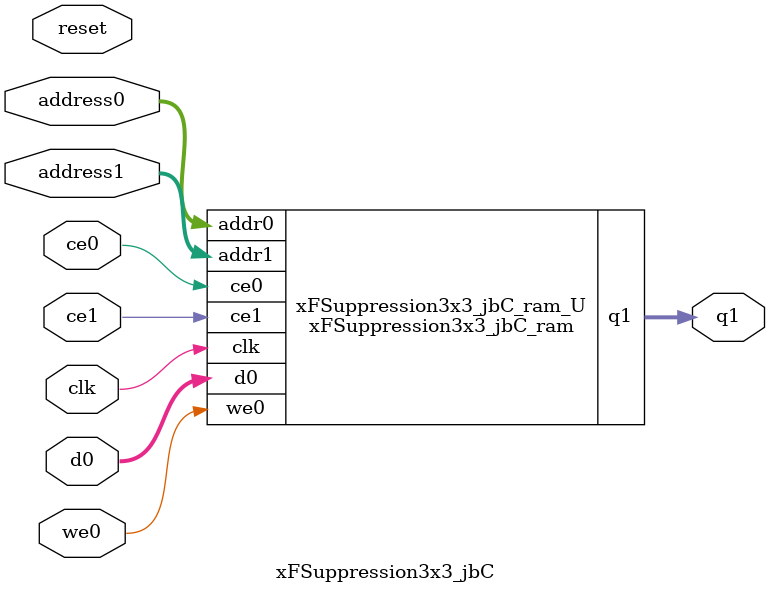
<source format=v>
`timescale 1 ns / 1 ps
module xFSuppression3x3_jbC_ram (addr0, ce0, d0, we0, addr1, ce1, q1,  clk);

parameter DWIDTH = 16;
parameter AWIDTH = 11;
parameter MEM_SIZE = 1280;

input[AWIDTH-1:0] addr0;
input ce0;
input[DWIDTH-1:0] d0;
input we0;
input[AWIDTH-1:0] addr1;
input ce1;
output reg[DWIDTH-1:0] q1;
input clk;

(* ram_style = "block" *)reg [DWIDTH-1:0] ram[0:MEM_SIZE-1];




always @(posedge clk)  
begin 
    if (ce0) 
    begin
        if (we0) 
        begin 
            ram[addr0] <= d0; 
        end 
    end
end


always @(posedge clk)  
begin 
    if (ce1) 
    begin
        q1 <= ram[addr1];
    end
end


endmodule

`timescale 1 ns / 1 ps
module xFSuppression3x3_jbC(
    reset,
    clk,
    address0,
    ce0,
    we0,
    d0,
    address1,
    ce1,
    q1);

parameter DataWidth = 32'd16;
parameter AddressRange = 32'd1280;
parameter AddressWidth = 32'd11;
input reset;
input clk;
input[AddressWidth - 1:0] address0;
input ce0;
input we0;
input[DataWidth - 1:0] d0;
input[AddressWidth - 1:0] address1;
input ce1;
output[DataWidth - 1:0] q1;



xFSuppression3x3_jbC_ram xFSuppression3x3_jbC_ram_U(
    .clk( clk ),
    .addr0( address0 ),
    .ce0( ce0 ),
    .we0( we0 ),
    .d0( d0 ),
    .addr1( address1 ),
    .ce1( ce1 ),
    .q1( q1 ));

endmodule


</source>
